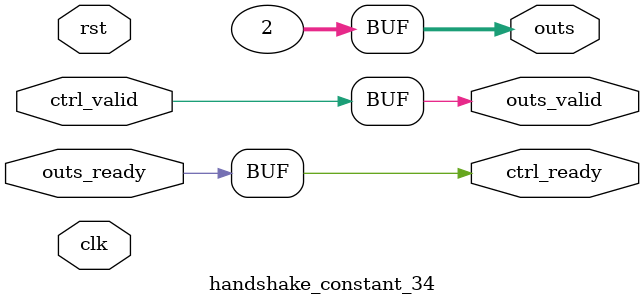
<source format=v>
`timescale 1ns / 1ps
module handshake_constant_34 #(
  parameter DATA_WIDTH = 32  // Default set to 32 bits
) (
  input                       clk,
  input                       rst,
  // Input Channel
  input                       ctrl_valid,
  output                      ctrl_ready,
  // Output Channel
  output [DATA_WIDTH - 1 : 0] outs,
  output                      outs_valid,
  input                       outs_ready
);
  assign outs       = 3'b010;
  assign outs_valid = ctrl_valid;
  assign ctrl_ready = outs_ready;

endmodule

</source>
